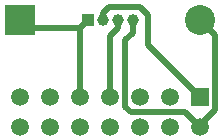
<source format=gtl>
G04*
G04 #@! TF.GenerationSoftware,Altium Limited,Altium Designer,21.1.0 (24)*
G04*
G04 Layer_Physical_Order=1*
G04 Layer_Color=255*
%FSAX25Y25*%
%MOIN*%
G70*
G04*
G04 #@! TF.SameCoordinates,8DE96C33-6C33-4761-8EB5-6C28EB0E3A80*
G04*
G04*
G04 #@! TF.FilePolarity,Positive*
G04*
G01*
G75*
%ADD10C,0.02000*%
%ADD20C,0.10000*%
%ADD21R,0.03937X0.03937*%
%ADD22C,0.03937*%
%ADD23C,0.05906*%
%ADD24R,0.05906X0.05906*%
%ADD25R,0.10000X0.10000*%
D10*
X0002500Y0039800D02*
Y0042400D01*
X-0000100Y0037200D02*
X0002500Y0039800D01*
X-0000100Y0017100D02*
Y0037200D01*
Y0017100D02*
X0000000Y0017000D01*
X0006753Y0012047D02*
X0024953D01*
X0005047Y0013753D02*
X0006753Y0012047D01*
X0005047Y0013753D02*
Y0035947D01*
X0007500Y0038400D02*
Y0042400D01*
X0005047Y0035947D02*
X0007500Y0038400D01*
X0009900Y0047100D02*
X0012700Y0044300D01*
Y0034300D02*
Y0044300D01*
Y0034300D02*
X0030000Y0017000D01*
X-0000300Y0047100D02*
X0009900D01*
X-0002400Y0045000D02*
X-0000300Y0047100D01*
X-0002400Y0042700D02*
Y0045000D01*
X-0029900Y0042600D02*
X-0027300Y0040000D01*
X0024953Y0012047D02*
X0030000Y0007000D01*
Y0007500D02*
X0034953Y0012453D01*
X0030000Y0007000D02*
Y0007500D01*
X0034953Y0012453D02*
Y0021953D01*
X0030000Y0042500D02*
X0035000Y0037500D01*
Y0022000D02*
Y0037500D01*
X0034953Y0021953D02*
X0035000Y0022000D01*
X-0027300Y0040000D02*
X-0010000D01*
X-0007500Y0042500D01*
X-0010000Y0017000D02*
Y0040000D01*
D20*
X0030000Y0042500D02*
D03*
D21*
X-0007500D02*
D03*
D22*
X0007500D02*
D03*
X-0002500D02*
D03*
X0002500D02*
D03*
D23*
X0000000Y0017000D02*
D03*
X-0020000D02*
D03*
X0000000Y0007000D02*
D03*
X0020000Y0017000D02*
D03*
X0010000D02*
D03*
X0030000Y0007000D02*
D03*
X0020000D02*
D03*
X0010000D02*
D03*
X-0010000Y0017000D02*
D03*
Y0007000D02*
D03*
X-0020000D02*
D03*
X-0030000Y0017000D02*
D03*
Y0007000D02*
D03*
D24*
X0030000Y0017000D02*
D03*
D25*
X-0030000Y0042500D02*
D03*
M02*

</source>
